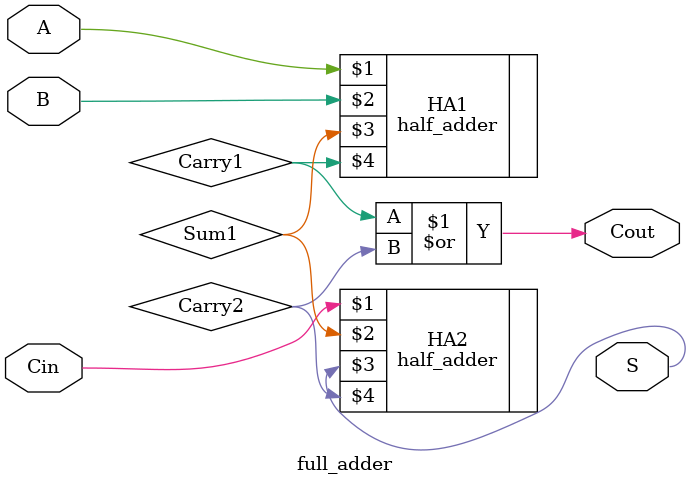
<source format=v>
`timescale 1ns/10ps

module full_adder(
    input A, B, Cin,
    output S, Cout
);
    wire Sum1, Carry1, Carry2;
    half_adder HA1(A,B,Sum1,Carry1);
    half_adder HA2(Cin,Sum1,S,Carry2);
    or(Cout,Carry1,Carry2);
endmodule

</source>
